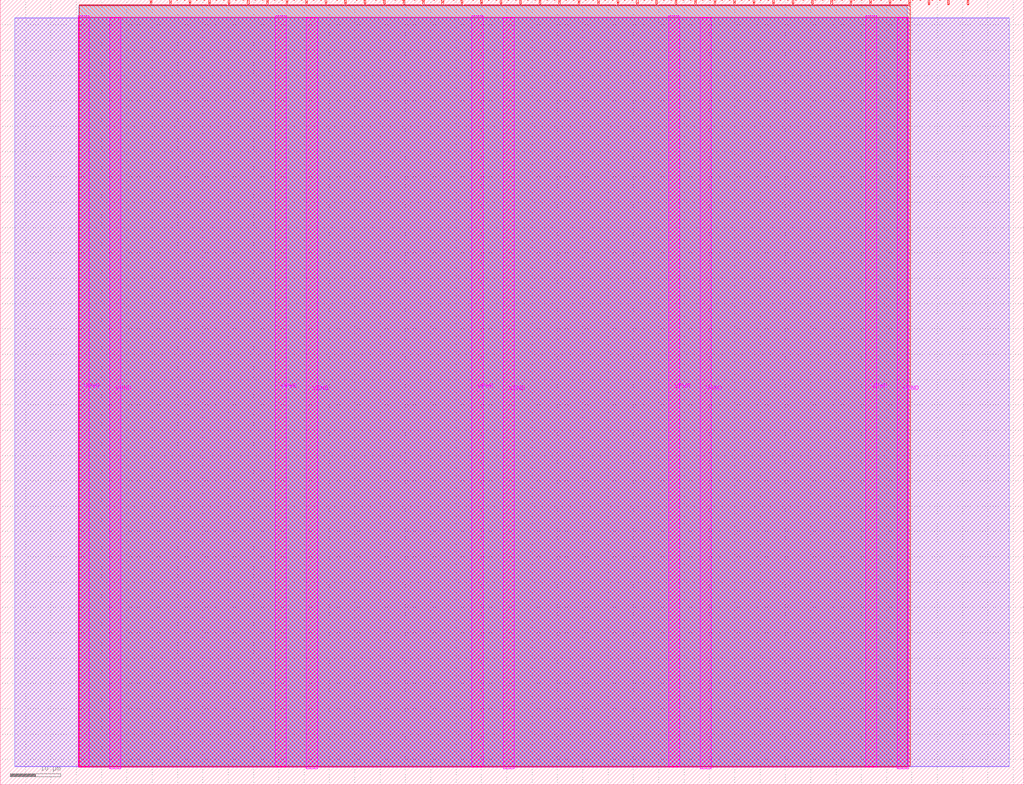
<source format=lef>
VERSION 5.7 ;
  NOWIREEXTENSIONATPIN ON ;
  DIVIDERCHAR "/" ;
  BUSBITCHARS "[]" ;
MACRO tt_um_wokwi_455291631430488065
  CLASS BLOCK ;
  FOREIGN tt_um_wokwi_455291631430488065 ;
  ORIGIN 0.000 0.000 ;
  SIZE 202.080 BY 154.980 ;
  PIN VGND
    DIRECTION INOUT ;
    USE GROUND ;
    PORT
      LAYER TopMetal1 ;
        RECT 21.580 3.150 23.780 151.420 ;
    END
    PORT
      LAYER TopMetal1 ;
        RECT 60.450 3.150 62.650 151.420 ;
    END
    PORT
      LAYER TopMetal1 ;
        RECT 99.320 3.150 101.520 151.420 ;
    END
    PORT
      LAYER TopMetal1 ;
        RECT 138.190 3.150 140.390 151.420 ;
    END
    PORT
      LAYER TopMetal1 ;
        RECT 177.060 3.150 179.260 151.420 ;
    END
  END VGND
  PIN VPWR
    DIRECTION INOUT ;
    USE POWER ;
    PORT
      LAYER TopMetal1 ;
        RECT 15.380 3.560 17.580 151.830 ;
    END
    PORT
      LAYER TopMetal1 ;
        RECT 54.250 3.560 56.450 151.830 ;
    END
    PORT
      LAYER TopMetal1 ;
        RECT 93.120 3.560 95.320 151.830 ;
    END
    PORT
      LAYER TopMetal1 ;
        RECT 131.990 3.560 134.190 151.830 ;
    END
    PORT
      LAYER TopMetal1 ;
        RECT 170.860 3.560 173.060 151.830 ;
    END
  END VPWR
  PIN clk
    DIRECTION INPUT ;
    USE SIGNAL ;
    PORT
      LAYER Metal4 ;
        RECT 187.050 153.980 187.350 154.980 ;
    END
  END clk
  PIN ena
    DIRECTION INPUT ;
    USE SIGNAL ;
    PORT
      LAYER Metal4 ;
        RECT 190.890 153.980 191.190 154.980 ;
    END
  END ena
  PIN rst_n
    DIRECTION INPUT ;
    USE SIGNAL ;
    PORT
      LAYER Metal4 ;
        RECT 183.210 153.980 183.510 154.980 ;
    END
  END rst_n
  PIN ui_in[0]
    DIRECTION INPUT ;
    USE SIGNAL ;
    ANTENNAGATEAREA 0.393900 ;
    PORT
      LAYER Metal4 ;
        RECT 179.370 153.980 179.670 154.980 ;
    END
  END ui_in[0]
  PIN ui_in[1]
    DIRECTION INPUT ;
    USE SIGNAL ;
    ANTENNAGATEAREA 0.906100 ;
    PORT
      LAYER Metal4 ;
        RECT 175.530 153.980 175.830 154.980 ;
    END
  END ui_in[1]
  PIN ui_in[2]
    DIRECTION INPUT ;
    USE SIGNAL ;
    ANTENNAGATEAREA 0.393900 ;
    PORT
      LAYER Metal4 ;
        RECT 171.690 153.980 171.990 154.980 ;
    END
  END ui_in[2]
  PIN ui_in[3]
    DIRECTION INPUT ;
    USE SIGNAL ;
    ANTENNAGATEAREA 0.180700 ;
    PORT
      LAYER Metal4 ;
        RECT 167.850 153.980 168.150 154.980 ;
    END
  END ui_in[3]
  PIN ui_in[4]
    DIRECTION INPUT ;
    USE SIGNAL ;
    PORT
      LAYER Metal4 ;
        RECT 164.010 153.980 164.310 154.980 ;
    END
  END ui_in[4]
  PIN ui_in[5]
    DIRECTION INPUT ;
    USE SIGNAL ;
    PORT
      LAYER Metal4 ;
        RECT 160.170 153.980 160.470 154.980 ;
    END
  END ui_in[5]
  PIN ui_in[6]
    DIRECTION INPUT ;
    USE SIGNAL ;
    PORT
      LAYER Metal4 ;
        RECT 156.330 153.980 156.630 154.980 ;
    END
  END ui_in[6]
  PIN ui_in[7]
    DIRECTION INPUT ;
    USE SIGNAL ;
    PORT
      LAYER Metal4 ;
        RECT 152.490 153.980 152.790 154.980 ;
    END
  END ui_in[7]
  PIN uio_in[0]
    DIRECTION INPUT ;
    USE SIGNAL ;
    PORT
      LAYER Metal4 ;
        RECT 148.650 153.980 148.950 154.980 ;
    END
  END uio_in[0]
  PIN uio_in[1]
    DIRECTION INPUT ;
    USE SIGNAL ;
    PORT
      LAYER Metal4 ;
        RECT 144.810 153.980 145.110 154.980 ;
    END
  END uio_in[1]
  PIN uio_in[2]
    DIRECTION INPUT ;
    USE SIGNAL ;
    PORT
      LAYER Metal4 ;
        RECT 140.970 153.980 141.270 154.980 ;
    END
  END uio_in[2]
  PIN uio_in[3]
    DIRECTION INPUT ;
    USE SIGNAL ;
    PORT
      LAYER Metal4 ;
        RECT 137.130 153.980 137.430 154.980 ;
    END
  END uio_in[3]
  PIN uio_in[4]
    DIRECTION INPUT ;
    USE SIGNAL ;
    PORT
      LAYER Metal4 ;
        RECT 133.290 153.980 133.590 154.980 ;
    END
  END uio_in[4]
  PIN uio_in[5]
    DIRECTION INPUT ;
    USE SIGNAL ;
    PORT
      LAYER Metal4 ;
        RECT 129.450 153.980 129.750 154.980 ;
    END
  END uio_in[5]
  PIN uio_in[6]
    DIRECTION INPUT ;
    USE SIGNAL ;
    PORT
      LAYER Metal4 ;
        RECT 125.610 153.980 125.910 154.980 ;
    END
  END uio_in[6]
  PIN uio_in[7]
    DIRECTION INPUT ;
    USE SIGNAL ;
    PORT
      LAYER Metal4 ;
        RECT 121.770 153.980 122.070 154.980 ;
    END
  END uio_in[7]
  PIN uio_oe[0]
    DIRECTION OUTPUT ;
    USE SIGNAL ;
    ANTENNADIFFAREA 0.299200 ;
    PORT
      LAYER Metal4 ;
        RECT 56.490 153.980 56.790 154.980 ;
    END
  END uio_oe[0]
  PIN uio_oe[1]
    DIRECTION OUTPUT ;
    USE SIGNAL ;
    ANTENNADIFFAREA 0.299200 ;
    PORT
      LAYER Metal4 ;
        RECT 52.650 153.980 52.950 154.980 ;
    END
  END uio_oe[1]
  PIN uio_oe[2]
    DIRECTION OUTPUT ;
    USE SIGNAL ;
    ANTENNADIFFAREA 0.299200 ;
    PORT
      LAYER Metal4 ;
        RECT 48.810 153.980 49.110 154.980 ;
    END
  END uio_oe[2]
  PIN uio_oe[3]
    DIRECTION OUTPUT ;
    USE SIGNAL ;
    ANTENNADIFFAREA 0.299200 ;
    PORT
      LAYER Metal4 ;
        RECT 44.970 153.980 45.270 154.980 ;
    END
  END uio_oe[3]
  PIN uio_oe[4]
    DIRECTION OUTPUT ;
    USE SIGNAL ;
    ANTENNADIFFAREA 0.299200 ;
    PORT
      LAYER Metal4 ;
        RECT 41.130 153.980 41.430 154.980 ;
    END
  END uio_oe[4]
  PIN uio_oe[5]
    DIRECTION OUTPUT ;
    USE SIGNAL ;
    ANTENNADIFFAREA 0.299200 ;
    PORT
      LAYER Metal4 ;
        RECT 37.290 153.980 37.590 154.980 ;
    END
  END uio_oe[5]
  PIN uio_oe[6]
    DIRECTION OUTPUT ;
    USE SIGNAL ;
    ANTENNADIFFAREA 0.299200 ;
    PORT
      LAYER Metal4 ;
        RECT 33.450 153.980 33.750 154.980 ;
    END
  END uio_oe[6]
  PIN uio_oe[7]
    DIRECTION OUTPUT ;
    USE SIGNAL ;
    ANTENNADIFFAREA 0.299200 ;
    PORT
      LAYER Metal4 ;
        RECT 29.610 153.980 29.910 154.980 ;
    END
  END uio_oe[7]
  PIN uio_out[0]
    DIRECTION OUTPUT ;
    USE SIGNAL ;
    ANTENNADIFFAREA 0.299200 ;
    PORT
      LAYER Metal4 ;
        RECT 87.210 153.980 87.510 154.980 ;
    END
  END uio_out[0]
  PIN uio_out[1]
    DIRECTION OUTPUT ;
    USE SIGNAL ;
    ANTENNADIFFAREA 0.299200 ;
    PORT
      LAYER Metal4 ;
        RECT 83.370 153.980 83.670 154.980 ;
    END
  END uio_out[1]
  PIN uio_out[2]
    DIRECTION OUTPUT ;
    USE SIGNAL ;
    ANTENNADIFFAREA 0.299200 ;
    PORT
      LAYER Metal4 ;
        RECT 79.530 153.980 79.830 154.980 ;
    END
  END uio_out[2]
  PIN uio_out[3]
    DIRECTION OUTPUT ;
    USE SIGNAL ;
    ANTENNADIFFAREA 0.299200 ;
    PORT
      LAYER Metal4 ;
        RECT 75.690 153.980 75.990 154.980 ;
    END
  END uio_out[3]
  PIN uio_out[4]
    DIRECTION OUTPUT ;
    USE SIGNAL ;
    ANTENNADIFFAREA 0.299200 ;
    PORT
      LAYER Metal4 ;
        RECT 71.850 153.980 72.150 154.980 ;
    END
  END uio_out[4]
  PIN uio_out[5]
    DIRECTION OUTPUT ;
    USE SIGNAL ;
    ANTENNADIFFAREA 0.299200 ;
    PORT
      LAYER Metal4 ;
        RECT 68.010 153.980 68.310 154.980 ;
    END
  END uio_out[5]
  PIN uio_out[6]
    DIRECTION OUTPUT ;
    USE SIGNAL ;
    ANTENNADIFFAREA 0.299200 ;
    PORT
      LAYER Metal4 ;
        RECT 64.170 153.980 64.470 154.980 ;
    END
  END uio_out[6]
  PIN uio_out[7]
    DIRECTION OUTPUT ;
    USE SIGNAL ;
    ANTENNADIFFAREA 0.299200 ;
    PORT
      LAYER Metal4 ;
        RECT 60.330 153.980 60.630 154.980 ;
    END
  END uio_out[7]
  PIN uo_out[0]
    DIRECTION OUTPUT ;
    USE SIGNAL ;
    ANTENNADIFFAREA 0.708600 ;
    PORT
      LAYER Metal4 ;
        RECT 117.930 153.980 118.230 154.980 ;
    END
  END uo_out[0]
  PIN uo_out[1]
    DIRECTION OUTPUT ;
    USE SIGNAL ;
    ANTENNADIFFAREA 0.708600 ;
    PORT
      LAYER Metal4 ;
        RECT 114.090 153.980 114.390 154.980 ;
    END
  END uo_out[1]
  PIN uo_out[2]
    DIRECTION OUTPUT ;
    USE SIGNAL ;
    ANTENNADIFFAREA 0.708600 ;
    PORT
      LAYER Metal4 ;
        RECT 110.250 153.980 110.550 154.980 ;
    END
  END uo_out[2]
  PIN uo_out[3]
    DIRECTION OUTPUT ;
    USE SIGNAL ;
    ANTENNADIFFAREA 0.708600 ;
    PORT
      LAYER Metal4 ;
        RECT 106.410 153.980 106.710 154.980 ;
    END
  END uo_out[3]
  PIN uo_out[4]
    DIRECTION OUTPUT ;
    USE SIGNAL ;
    ANTENNADIFFAREA 0.708600 ;
    PORT
      LAYER Metal4 ;
        RECT 102.570 153.980 102.870 154.980 ;
    END
  END uo_out[4]
  PIN uo_out[5]
    DIRECTION OUTPUT ;
    USE SIGNAL ;
    ANTENNADIFFAREA 0.708600 ;
    PORT
      LAYER Metal4 ;
        RECT 98.730 153.980 99.030 154.980 ;
    END
  END uo_out[5]
  PIN uo_out[6]
    DIRECTION OUTPUT ;
    USE SIGNAL ;
    ANTENNADIFFAREA 0.708600 ;
    PORT
      LAYER Metal4 ;
        RECT 94.890 153.980 95.190 154.980 ;
    END
  END uo_out[6]
  PIN uo_out[7]
    DIRECTION OUTPUT ;
    USE SIGNAL ;
    ANTENNADIFFAREA 0.299200 ;
    PORT
      LAYER Metal4 ;
        RECT 91.050 153.980 91.350 154.980 ;
    END
  END uo_out[7]
  OBS
      LAYER GatPoly ;
        RECT 2.880 3.630 199.200 151.350 ;
      LAYER Metal1 ;
        RECT 2.880 3.560 199.200 151.420 ;
      LAYER Metal2 ;
        RECT 15.560 3.635 179.080 153.865 ;
      LAYER Metal3 ;
        RECT 15.515 3.680 179.665 153.825 ;
      LAYER Metal4 ;
        RECT 15.560 153.770 29.400 153.980 ;
        RECT 30.120 153.770 33.240 153.980 ;
        RECT 33.960 153.770 37.080 153.980 ;
        RECT 37.800 153.770 40.920 153.980 ;
        RECT 41.640 153.770 44.760 153.980 ;
        RECT 45.480 153.770 48.600 153.980 ;
        RECT 49.320 153.770 52.440 153.980 ;
        RECT 53.160 153.770 56.280 153.980 ;
        RECT 57.000 153.770 60.120 153.980 ;
        RECT 60.840 153.770 63.960 153.980 ;
        RECT 64.680 153.770 67.800 153.980 ;
        RECT 68.520 153.770 71.640 153.980 ;
        RECT 72.360 153.770 75.480 153.980 ;
        RECT 76.200 153.770 79.320 153.980 ;
        RECT 80.040 153.770 83.160 153.980 ;
        RECT 83.880 153.770 87.000 153.980 ;
        RECT 87.720 153.770 90.840 153.980 ;
        RECT 91.560 153.770 94.680 153.980 ;
        RECT 95.400 153.770 98.520 153.980 ;
        RECT 99.240 153.770 102.360 153.980 ;
        RECT 103.080 153.770 106.200 153.980 ;
        RECT 106.920 153.770 110.040 153.980 ;
        RECT 110.760 153.770 113.880 153.980 ;
        RECT 114.600 153.770 117.720 153.980 ;
        RECT 118.440 153.770 121.560 153.980 ;
        RECT 122.280 153.770 125.400 153.980 ;
        RECT 126.120 153.770 129.240 153.980 ;
        RECT 129.960 153.770 133.080 153.980 ;
        RECT 133.800 153.770 136.920 153.980 ;
        RECT 137.640 153.770 140.760 153.980 ;
        RECT 141.480 153.770 144.600 153.980 ;
        RECT 145.320 153.770 148.440 153.980 ;
        RECT 149.160 153.770 152.280 153.980 ;
        RECT 153.000 153.770 156.120 153.980 ;
        RECT 156.840 153.770 159.960 153.980 ;
        RECT 160.680 153.770 163.800 153.980 ;
        RECT 164.520 153.770 167.640 153.980 ;
        RECT 168.360 153.770 171.480 153.980 ;
        RECT 172.200 153.770 175.320 153.980 ;
        RECT 176.040 153.770 179.160 153.980 ;
        RECT 15.560 3.635 179.620 153.770 ;
      LAYER Metal5 ;
        RECT 15.515 3.470 179.125 151.510 ;
  END
END tt_um_wokwi_455291631430488065
END LIBRARY


</source>
